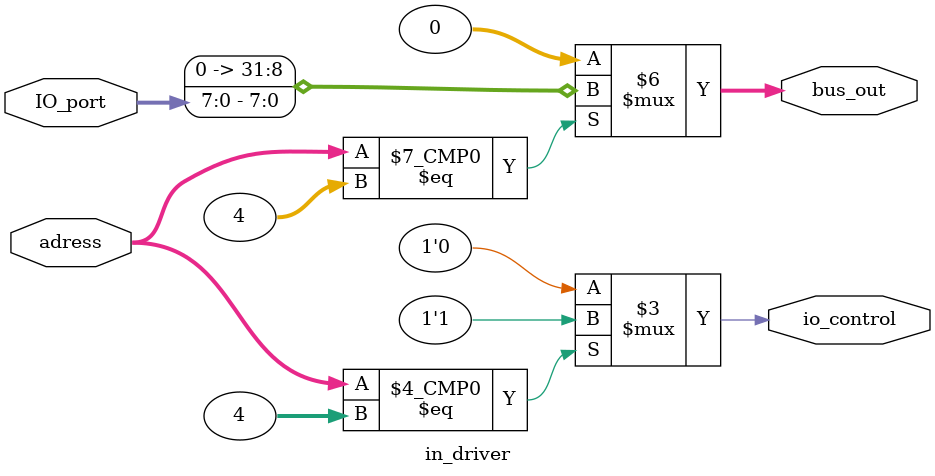
<source format=sv>
`timescale 1ns / 1ps


module in_driver(
    input logic [7:0] IO_port,
    input logic [31:0] adress,
    output logic io_control,
    output logic [31:0] bus_out
    );
    
    always_comb begin
        io_control = 0;
        case(adress)
            32'd4: begin
                bus_out = {24'd0,IO_port};
                io_control = 1;
            end
            default bus_out = 0;
        endcase
    end
    
endmodule

</source>
